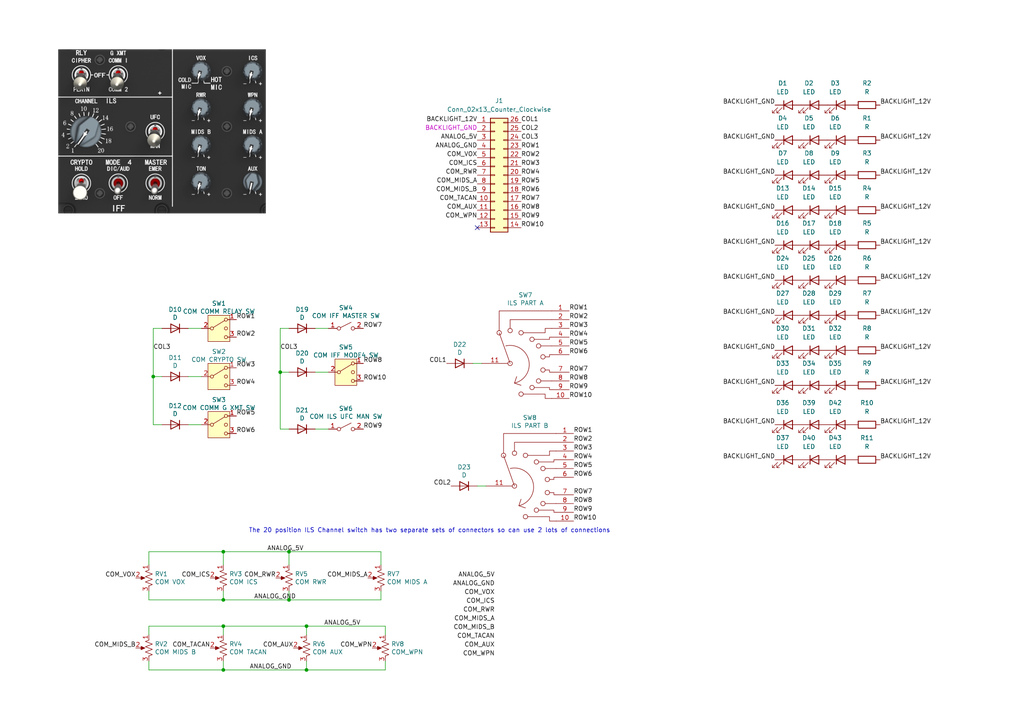
<source format=kicad_sch>
(kicad_sch (version 20231120) (generator "eeschema") (generator_version "8.0")
  (paper "A4")
  (lib_symbols
    (symbol "Connector_Generic:Conn_02x13_Counter_Clockwise" (pin_names (offset 1.016) hide)
      (property "Reference" "J" (at 1.27 17.78 0))
      (property "Value" "Conn_02x13_Counter_Clockwise" (at 1.27 -17.78 0))
      (symbol "Conn_02x13_Counter_Clockwise_1_1"
        (rectangle (start -1.27 -15.113) (end 0 -15.367) (stroke (width 0.1524)))
        (rectangle (start -1.27 -12.573) (end 0 -12.827) (stroke (width 0.1524)))
        (rectangle (start -1.27 -10.033) (end 0 -10.287) (stroke (width 0.1524)))
        (rectangle (start -1.27 -7.493) (end 0 -7.747) (stroke (width 0.1524)))
        (rectangle (start -1.27 -4.953) (end 0 -5.207) (stroke (width 0.1524)))
        (rectangle (start -1.27 -2.413) (end 0 -2.667) (stroke (width 0.1524)))
        (rectangle (start -1.27 0.127) (end 0 -0.127) (stroke (width 0.1524)))
        (rectangle (start -1.27 2.667) (end 0 2.413) (stroke (width 0.1524)))
        (rectangle (start -1.27 5.207) (end 0 4.953) (stroke (width 0.1524)))
        (rectangle (start -1.27 7.747) (end 0 7.493) (stroke (width 0.1524)))
        (rectangle (start -1.27 10.287) (end 0 10.033) (stroke (width 0.1524)))
        (rectangle (start -1.27 12.827) (end 0 12.573) (stroke (width 0.1524)))
        (rectangle (start -1.27 15.367) (end 0 15.113) (stroke (width 0.1524)))
        (rectangle (start -1.27 16.51) (end 3.81 -16.51) (stroke (width 0.254)) (fill (type background)))
        (rectangle (start 3.81 -15.113) (end 2.54 -15.367) (stroke (width 0.1524)))
        (rectangle (start 3.81 -12.573) (end 2.54 -12.827) (stroke (width 0.1524)))
        (rectangle (start 3.81 -10.033) (end 2.54 -10.287) (stroke (width 0.1524)))
        (rectangle (start 3.81 -7.493) (end 2.54 -7.747) (stroke (width 0.1524)))
        (rectangle (start 3.81 -4.953) (end 2.54 -5.207) (stroke (width 0.1524)))
        (rectangle (start 3.81 -2.413) (end 2.54 -2.667) (stroke (width 0.1524)))
        (rectangle (start 3.81 0.127) (end 2.54 -0.127) (stroke (width 0.1524)))
        (rectangle (start 3.81 2.667) (end 2.54 2.413) (stroke (width 0.1524)))
        (rectangle (start 3.81 5.207) (end 2.54 4.953) (stroke (width 0.1524)))
        (rectangle (start 3.81 7.747) (end 2.54 7.493) (stroke (width 0.1524)))
        (rectangle (start 3.81 10.287) (end 2.54 10.033) (stroke (width 0.1524)))
        (rectangle (start 3.81 12.827) (end 2.54 12.573) (stroke (width 0.1524)))
        (rectangle (start 3.81 15.367) (end 2.54 15.113) (stroke (width 0.1524)))
        (pin passive line (at -5.08 15.24 0) (length 3.81) (name "Pin_1") (number "1"))
        (pin passive line (at -5.08 -7.62 0) (length 3.81) (name "Pin_10") (number "10"))
        (pin passive line (at -5.08 -10.16 0) (length 3.81) (name "Pin_11") (number "11"))
        (pin passive line (at -5.08 -12.7 0) (length 3.81) (name "Pin_12") (number "12"))
        (pin passive line (at -5.08 -15.24 0) (length 3.81) (name "Pin_13") (number "13"))
        (pin passive line (at 7.62 -15.24 180) (length 3.81) (name "Pin_14") (number "14"))
        (pin passive line (at 7.62 -12.7 180) (length 3.81) (name "Pin_15") (number "15"))
        (pin passive line (at 7.62 -10.16 180) (length 3.81) (name "Pin_16") (number "16"))
        (pin passive line (at 7.62 -7.62 180) (length 3.81) (name "Pin_17") (number "17"))
        (pin passive line (at 7.62 -5.08 180) (length 3.81) (name "Pin_18") (number "18"))
        (pin passive line (at 7.62 -2.54 180) (length 3.81) (name "Pin_19") (number "19"))
        (pin passive line (at -5.08 12.7 0) (length 3.81) (name "Pin_2") (number "2"))
        (pin passive line (at 7.62 0 180) (length 3.81) (name "Pin_20") (number "20"))
        (pin passive line (at 7.62 2.54 180) (length 3.81) (name "Pin_21") (number "21"))
        (pin passive line (at 7.62 5.08 180) (length 3.81) (name "Pin_22") (number "22"))
        (pin passive line (at 7.62 7.62 180) (length 3.81) (name "Pin_23") (number "23"))
        (pin passive line (at 7.62 10.16 180) (length 3.81) (name "Pin_24") (number "24"))
        (pin passive line (at 7.62 12.7 180) (length 3.81) (name "Pin_25") (number "25"))
        (pin passive line (at 7.62 15.24 180) (length 3.81) (name "Pin_26") (number "26"))
        (pin passive line (at -5.08 10.16 0) (length 3.81) (name "Pin_3") (number "3"))
        (pin passive line (at -5.08 7.62 0) (length 3.81) (name "Pin_4") (number "4"))
        (pin passive line (at -5.08 5.08 0) (length 3.81) (name "Pin_5") (number "5"))
        (pin passive line (at -5.08 2.54 0) (length 3.81) (name "Pin_6") (number "6"))
        (pin passive line (at -5.08 0 0) (length 3.81) (name "Pin_7") (number "7"))
        (pin passive line (at -5.08 -2.54 0) (length 3.81) (name "Pin_8") (number "8"))
        (pin passive line (at -5.08 -5.08 0) (length 3.81) (name "Pin_9") (number "9"))
      )
    )
    (symbol "Device:D" (pin_numbers hide) (pin_names (offset 1.016) hide)
      (property "Reference" "D" (at 0 2.54 0))
      (property "Value" "D" (at 0 -2.54 0))
      (symbol "D_0_1"
        (polyline (pts (xy -1.27 1.27) (xy -1.27 -1.27)) (stroke (width 0.254)))
        (polyline (pts (xy 1.27 0) (xy -1.27 0)))
        (polyline (pts (xy 1.27 1.27) (xy 1.27 -1.27) (xy -1.27 0) (xy 1.27 1.27)) (stroke (width 0.254)))
      )
      (symbol "D_1_1"
        (pin passive line (at -3.81 0 0) (length 2.54) (name "K") (number "1"))
        (pin passive line (at 3.81 0 180) (length 2.54) (name "A") (number "2"))
      )
    )
    (symbol "Device:LED" (pin_numbers hide) (pin_names (offset 1.016) hide)
      (property "Reference" "D" (at 0 2.54 0))
      (property "Value" "LED" (at 0 -2.54 0))
      (symbol "LED_0_1"
        (polyline (pts (xy -1.27 -1.27) (xy -1.27 1.27)) (stroke (width 0.254)))
        (polyline (pts (xy -1.27 0) (xy 1.27 0)))
        (polyline (pts (xy 1.27 -1.27) (xy 1.27 1.27) (xy -1.27 0) (xy 1.27 -1.27)) (stroke (width 0.254)))
        (polyline (pts (xy -3.048 -0.762) (xy -4.572 -2.286) (xy -3.81 -2.286) (xy -4.572 -2.286) (xy -4.572 -1.524)))
        (polyline (pts (xy -1.778 -0.762) (xy -3.302 -2.286) (xy -2.54 -2.286) (xy -3.302 -2.286) (xy -3.302 -1.524)))
      )
      (symbol "LED_1_1"
        (pin passive line (at -3.81 0 0) (length 2.54) (name "K") (number "1"))
        (pin passive line (at 3.81 0 180) (length 2.54) (name "A") (number "2"))
      )
    )
    (symbol "Device:R" (pin_numbers hide) (pin_names (offset 0))
      (property "Reference" "R" (at 2.032 0 90))
      (property "Value" "R" (at 0 0 90))
      (symbol "R_0_1"
        (rectangle (start -1.016 -2.54) (end 1.016 2.54) (stroke (width 0.254)))
      )
      (symbol "R_1_1"
        (pin passive line (at 0 3.81 270) (length 1.27) (name "~") (number "1"))
        (pin passive line (at 0 -3.81 90) (length 1.27) (name "~") (number "2"))
      )
    )
    (symbol "Device:R_POT_US" (pin_names (offset 1.016) hide)
      (property "Reference" "RV" (at -4.445 0 90))
      (property "Value" "Device_R_POT_US" (at -2.54 0 90))
      (symbol "R_POT_US_0_1"
        (polyline (pts (xy 0 -2.286) (xy 0 -2.54)))
        (polyline (pts (xy 0 2.54) (xy 0 2.286)))
        (polyline (pts (xy 2.54 0) (xy 1.524 0)))
        (polyline (pts (xy 1.143 0) (xy 2.286 0.508) (xy 2.286 -0.508) (xy 1.143 0)) (fill (type outline)))
        (polyline (pts (xy 0 -0.762) (xy 1.016 -1.143) (xy 0 -1.524) (xy -1.016 -1.905) (xy 0 -2.286)))
        (polyline (pts (xy 0 0.762) (xy 1.016 0.381) (xy 0 0) (xy -1.016 -0.381) (xy 0 -0.762)))
        (polyline (pts (xy 0 2.286) (xy 1.016 1.905) (xy 0 1.524) (xy -1.016 1.143) (xy 0 0.762)))
      )
      (symbol "R_POT_US_1_1"
        (pin passive line (at 0 3.81 270) (length 1.27) (name "1") (number "1"))
        (pin passive line (at 3.81 0 180) (length 1.27) (name "2") (number "2"))
        (pin passive line (at 0 -3.81 90) (length 1.27) (name "3") (number "3"))
      )
    )
    (symbol "OH_Symbols:MountingHole_6x32_PHS" (pin_numbers hide) (pin_names (offset 0) hide) (in_bom no)
      (property "Reference" "MH" (at 0 3.81 0))
      (symbol "MountingHole_6x32_PHS_0_0"
        (circle (center 0 0) (radius 1.27) (fill (type outline)))
        (circle (center 0 0) (radius 2.032))
      )
      (symbol "MountingHole_6x32_PHS_1_1"
        (text "⌀6-32 \n4mm" (at 0 -4.572 0) (effects (font (size 1.27 1.27))))
      )
    )
    (symbol "OH_Symbols:MountingHole_B10K_Potentiometer" (pin_names (offset 1.016)) (in_bom no)
      (property "Reference" "MH" (at 0 3.302 0))
      (symbol "MountingHole_B10K_Potentiometer_1_1"
        (circle (center 0 -3.048) (radius 0.508) (fill (type outline)))
        (circle (center 0 -3.048) (radius 0.762) (stroke (width 0.05)))
        (circle (center 0 0) (radius 1.905) (fill (type outline)))
        (circle (center 0 0) (radius 2.286) (stroke (width 0.1)))
        (text "B10K Pot." (at 0 -5.08 0) (effects (font (size 1.27 1.27))))
      )
    )
    (symbol "OH_Symbols:MountingHole_SxAL_Toggle" (pin_names (offset 1.016)) (in_bom no)
      (property "Reference" "MH" (at 0 5.715 0))
      (symbol "MountingHole_SxAL_Toggle_1_1"
        (circle (center 0 0) (radius 3.8185) (fill (type outline)))
        (text "NKK SxAL" (at 0 -5.08 0) (effects (font (size 1.27 1.27))))
      )
    )
    (symbol "PT_Symbol_Library_v001:SW_Rotary10" (pin_names (offset 1.016) hide)
      (property "Reference" "SW" (at 0 17.78 0))
      (property "Value" "PT_Symbol_Library_v001_SW_Rotary10" (at -1.27 -12.7 0))
      (symbol "SW_Rotary10_0_0"
        (circle (center -10.16 8.89) (radius 0.635))
        (circle (center -6.985 0) (radius 0.635))
        (circle (center -6.985 9.525) (radius 0.635))
        (arc (start -5.715 -5.715) (mid -1.5995 0.937) (end -8.255 5.08))
        (circle (center -3.81 -8.89) (radius 0.635))
        (circle (center -3.81 8.89) (radius 0.635))
        (circle (center -0.635 -6.985) (radius 0.635))
        (circle (center -0.635 6.985) (radius 0.635))
        (polyline (pts (xy -6.985 0) (xy -10.16 8.89)))
        (polyline (pts (xy -5.715 -5.715) (xy -5.08 -3.81)))
        (polyline (pts (xy -5.715 -5.715) (xy -3.81 -6.35)))
        (polyline (pts (xy 1.905 -5.08) (xy 5.08 -5.08)))
        (polyline (pts (xy 1.905 5.08) (xy 5.08 5.08)))
        (polyline (pts (xy -10.16 9.525) (xy -10.16 15.24) (xy 5.08 15.24)))
        (polyline (pts (xy -6.985 10.16) (xy -6.985 12.7) (xy 5.08 12.7)))
        (polyline (pts (xy -3.175 -8.89) (xy 3.175 -8.89) (xy 3.175 -10.16) (xy 5.08 -10.16)))
        (polyline (pts (xy -3.175 8.89) (xy 3.175 8.89) (xy 3.175 10.16) (xy 5.08 10.16)))
        (polyline (pts (xy 0 -6.985) (xy 4.445 -6.985) (xy 4.445 -7.62) (xy 5.08 -7.62)))
        (polyline (pts (xy 0 6.985) (xy 4.445 6.985) (xy 4.445 7.62) (xy 5.08 7.62)))
        (polyline (pts (xy 3.175 -1.905) (xy 4.445 -1.905) (xy 4.445 -2.54) (xy 5.08 -2.54)))
        (polyline (pts (xy 3.175 1.905) (xy 4.445 1.905) (xy 4.445 2.54) (xy 5.08 2.54)))
        (circle (center 1.27 -5.08) (radius 0.635))
        (circle (center 1.27 5.08) (radius 0.635))
        (circle (center 2.54 -1.905) (radius 0.635))
        (circle (center 2.54 1.905) (radius 0.635))
      )
      (symbol "SW_Rotary10_0_1"
        (pin passive line (at 10.16 15.24 180) (length 5.08) (name "1") (number "1"))
        (pin passive line (at 10.16 -10.16 180) (length 5.08) (name "10") (number "10"))
        (pin passive line (at -15.24 0 0) (length 7.62) (name "11") (number "11"))
        (pin passive line (at 10.16 12.7 180) (length 5.08) (name "2") (number "2"))
        (pin passive line (at 10.16 10.16 180) (length 5.08) (name "3") (number "3"))
        (pin passive line (at 10.16 7.62 180) (length 5.08) (name "4") (number "4"))
        (pin passive line (at 10.16 5.08 180) (length 5.08) (name "5") (number "5"))
        (pin passive line (at 10.16 2.54 180) (length 5.08) (name "6") (number "6"))
        (pin passive line (at 10.16 -2.54 180) (length 5.08) (name "7") (number "7"))
        (pin passive line (at 10.16 -5.08 180) (length 5.08) (name "8") (number "8"))
        (pin passive line (at 10.16 -7.62 180) (length 5.08) (name "9") (number "9"))
      )
    )
    (symbol "Switch:SW_SPDT_MSM" (pin_names (offset 0) hide)
      (property "Reference" "SW" (at 0 5.08 0))
      (property "Value" "SW_SPDT_MSM" (at 0 -5.08 0))
      (symbol "SW_SPDT_MSM_0_1"
        (circle (center -2.032 0) (radius 0.4572))
        (polyline (pts (xy -1.651 0.254) (xy 1.651 2.286)))
        (circle (center 2.032 -2.54) (radius 0.4572))
        (circle (center 2.032 0) (radius 0.4572))
        (circle (center 2.032 2.54) (radius 0.4572))
      )
      (symbol "SW_SPDT_MSM_1_1"
        (rectangle (start -3.175 3.81) (end 3.175 -3.81) (fill (type background)))
        (pin passive line (at 5.08 2.54 180) (length 2.54) (name "1") (number "1"))
        (pin passive line (at -5.08 0 0) (length 2.54) (name "3") (number "2"))
        (pin passive line (at 5.08 -2.54 180) (length 2.54) (name "4") (number "3"))
      )
    )
    (symbol "Switch:SW_SPST" (pin_names (offset 0) hide)
      (property "Reference" "SW" (at 0 3.175 0))
      (property "Value" "SW_SPST" (at 0 -2.54 0))
      (symbol "SW_SPST_0_0"
        (circle (center -2.032 0) (radius 0.508))
        (polyline (pts (xy -1.524 0.254) (xy 1.524 1.778)))
        (circle (center 2.032 0) (radius 0.508))
      )
      (symbol "SW_SPST_1_1"
        (pin passive line (at -5.08 0 0) (length 2.54) (name "A") (number "1"))
        (pin passive line (at 5.08 0 180) (length 2.54) (name "B") (number "2"))
      )
    )
  )
  (junction (at 88.9 194.31))
  (junction (at 81.28 107.95))
  (junction (at 64.77 160.02))
  (junction (at 83.82 173.99))
  (junction (at 44.45 109.22))
  (junction (at 64.77 194.31))
  (junction (at 64.77 173.99))
  (junction (at 88.9 181.61))
  (junction (at 83.82 160.02))
  (junction (at 64.77 181.61))
  (no_connect (at 138.43 66.04))
  (wire (pts (xy 139.7 105.41) (xy 137.16 105.41)))
  (wire (pts (xy 58.42 123.19) (xy 54.61 123.19)))
  (wire (pts (xy 43.18 173.99) (xy 43.18 171.45)))
  (wire (pts (xy 88.9 191.77) (xy 88.9 194.31)))
  (wire (pts (xy 64.77 163.83) (xy 64.77 160.02)))
  (wire (pts (xy 64.77 160.02) (xy 43.18 160.02)))
  (wire (pts (xy 46.99 95.25) (xy 44.45 95.25)))
  (wire (pts (xy 43.18 181.61) (xy 43.18 184.15)))
  (wire (pts (xy 111.76 194.31) (xy 111.76 191.77)))
  (wire (pts (xy 81.28 95.25) (xy 81.28 107.95)))
  (wire (pts (xy 83.82 173.99) (xy 64.77 173.99)))
  (wire (pts (xy 110.49 171.45) (xy 110.49 173.99)))
  (wire (pts (xy 83.82 95.25) (xy 81.28 95.25)))
  (wire (pts (xy 88.9 194.31) (xy 111.76 194.31)))
  (wire (pts (xy 64.77 171.45) (xy 64.77 173.99)))
  (wire (pts (xy 64.77 191.77) (xy 64.77 194.31)))
  (wire (pts (xy 110.49 160.02) (xy 110.49 163.83)))
  (wire (pts (xy 81.28 107.95) (xy 81.28 124.46)))
  (wire (pts (xy 95.25 95.25) (xy 91.44 95.25)))
  (wire (pts (xy 111.76 184.15) (xy 111.76 181.61)))
  (wire (pts (xy 43.18 194.31) (xy 43.18 191.77)))
  (wire (pts (xy 44.45 123.19) (xy 46.99 123.19)))
  (wire (pts (xy 64.77 184.15) (xy 64.77 181.61)))
  (wire (pts (xy 83.82 163.83) (xy 83.82 160.02)))
  (wire (pts (xy 83.82 171.45) (xy 83.82 173.99)))
  (wire (pts (xy 46.99 109.22) (xy 44.45 109.22)))
  (wire (pts (xy 83.82 124.46) (xy 81.28 124.46)))
  (wire (pts (xy 64.77 181.61) (xy 43.18 181.61)))
  (wire (pts (xy 58.42 109.22) (xy 54.61 109.22)))
  (wire (pts (xy 83.82 107.95) (xy 81.28 107.95)))
  (wire (pts (xy 110.49 173.99) (xy 83.82 173.99)))
  (wire (pts (xy 88.9 184.15) (xy 88.9 181.61)))
  (wire (pts (xy 64.77 194.31) (xy 88.9 194.31)))
  (wire (pts (xy 64.77 173.99) (xy 43.18 173.99)))
  (wire (pts (xy 95.25 124.46) (xy 91.44 124.46)))
  (wire (pts (xy 44.45 109.22) (xy 44.45 123.19)))
  (wire (pts (xy 83.82 160.02) (xy 64.77 160.02)))
  (wire (pts (xy 95.25 107.95) (xy 91.44 107.95)))
  (wire (pts (xy 111.76 181.61) (xy 88.9 181.61)))
  (wire (pts (xy 83.82 160.02) (xy 110.49 160.02)))
  (wire (pts (xy 58.42 95.25) (xy 54.61 95.25)))
  (wire (pts (xy 88.9 181.61) (xy 64.77 181.61)))
  (wire (pts (xy 43.18 160.02) (xy 43.18 163.83)))
  (wire (pts (xy 43.18 194.31) (xy 64.77 194.31)))
  (wire (pts (xy 140.97 140.97) (xy 138.43 140.97)))
  (wire (pts (xy 44.45 95.25) (xy 44.45 109.22)))
  (image (at 46.99 38.1))
  (text_box "MOUNTING HOLES" (at 304.419 42.545 0) (size 60.96 55.88) (effects (font (size 1.27 1.27)) (justify top)))
  (text_box "SWITCHES" (at 304.419 98.425 0) (size 60.96 64.77) (effects (font (size 1.27 1.27)) (justify top)))
  (text "The 20 position ILS Channel switch has two separate sets of connectors so can use 2 lots of connections" (at 72.136 154.686 0) (effects (font (size 1.27 1.27)) (justify left bottom)))
  (label "ANALOG_GND" (at 73.66 173.99 0))
  (label "COM_MIDS_B" (at 39.37 187.96 180))
  (label "COM_MIDS_B" (at 138.43 55.88 180))
  (label "COM_ICS" (at 138.43 48.26 180))
  (label "ROW2" (at 68.58 97.79 0))
  (label "BACKLIGHT_GND" (at 224.79 30.48 180))
  (label "BACKLIGHT_GND" (at 138.43 38.1 180))
  (label "ROW5" (at 151.13 53.34 0))
  (label "COM_MIDS_A" (at 106.68 167.64 180))
  (label "COM_RWR" (at 143.51 177.8 180))
  (label "ROW9" (at 166.37 148.59 0))
  (label "COM_VOX" (at 138.43 45.72 180))
  (label "ANALOG_GND" (at 138.43 43.18 180))
  (label "ROW4" (at 68.58 111.76 0))
  (label "ROW6" (at 151.13 55.88 0))
  (label "ROW8" (at 105.41 105.41 0))
  (label "ROW8" (at 165.1 110.49 0))
  (label "COM_MIDS_A" (at 138.43 53.34 180))
  (label "ROW1" (at 151.13 43.18 0))
  (label "BACKLIGHT_12V" (at 255.27 81.28 0))
  (label "BACKLIGHT_12V" (at 255.27 133.35 0))
  (label "ROW6" (at 165.1 102.87 0))
  (label "BACKLIGHT_GND" (at 224.79 123.19 180))
  (label "ROW7" (at 165.1 107.95 0))
  (label "ROW5" (at 166.37 135.89 0))
  (label "ROW3" (at 165.1 95.25 0))
  (label "COM_MIDS_B" (at 143.51 182.88 180))
  (label "COM_TACAN" (at 138.43 58.42 180))
  (label "COM_VOX" (at 143.51 172.72 180))
  (label "ANALOG_GND" (at 143.51 170.18 180))
  (label "ROW2" (at 151.13 45.72 0))
  (label "COM_WPN" (at 143.51 190.5 180))
  (label "ROW1" (at 68.58 92.71 0))
  (label "ROW6" (at 68.58 125.73 0))
  (label "ANALOG_5V" (at 93.98 181.61 0))
  (label "ROW3" (at 166.37 130.81 0))
  (label "BACKLIGHT_12V" (at 255.27 40.64 0))
  (label "COM_WPN" (at 138.43 63.5 180))
  (label "COM_VOX" (at 39.37 167.64 180))
  (label "COL3" (at 44.45 101.6 0))
  (label "COL2" (at 151.13 38.1 0))
  (label "ROW2" (at 165.1 92.71 0))
  (label "BACKLIGHT_12V" (at 255.27 101.6 0))
  (label "BACKLIGHT_GND" (at 224.79 133.35 180))
  (label "ROW4" (at 166.37 133.35 0))
  (label "BACKLIGHT_12V" (at 255.27 50.8 0))
  (label "BACKLIGHT_12V" (at 255.27 60.96 0))
  (label "ANALOG_5V" (at 143.51 167.64 180))
  (label "ANALOG_5V" (at 138.43 40.64 180))
  (label "BACKLIGHT_12V" (at 255.27 30.48 0))
  (label "ANALOG_5V" (at 77.47 160.02 0))
  (label "COL3" (at 151.13 40.64 0))
  (label "BACKLIGHT_12V" (at 255.27 91.44 0))
  (label "COM_AUX" (at 143.51 187.96 180))
  (label "ROW7" (at 151.13 58.42 0))
  (label "ROW1" (at 165.1 90.17 0))
  (label "ROW3" (at 68.58 106.68 0))
  (label "ROW10" (at 165.1 115.57 0))
  (label "ROW8" (at 151.13 60.96 0))
  (label "ROW2" (at 166.37 128.27 0))
  (label "COL2" (at 130.81 140.97 180))
  (label "ROW10" (at 105.41 110.49 0))
  (label "ROW5" (at 165.1 100.33 0))
  (label "ROW3" (at 151.13 48.26 0))
  (label "ROW9" (at 151.13 63.5 0))
  (label "COM_RWR" (at 138.43 50.8 180))
  (label "ROW4" (at 151.13 50.8 0))
  (label "BACKLIGHT_12V" (at 255.27 111.76 0))
  (label "ROW8" (at 166.37 146.05 0))
  (label "BACKLIGHT_GND" (at 224.79 71.12 180))
  (label "ROW10" (at 151.13 66.04 0))
  (label "COL1" (at 129.54 105.41 180))
  (label "ROW9" (at 165.1 113.03 0))
  (label "ROW5" (at 68.58 120.65 0))
  (label "COM_WPN" (at 107.95 187.96 180))
  (label "COM_ICS" (at 60.96 167.64 180))
  (label "BACKLIGHT_12V" (at 255.27 71.12 0))
  (label "COM_ICS" (at 143.51 175.26 180))
  (label "ROW1" (at 166.37 125.73 0))
  (label "BACKLIGHT_GND" (at 224.79 40.64 180))
  (label "ROW7" (at 166.37 143.51 0))
  (label "ROW4" (at 165.1 97.79 0))
  (label "BACKLIGHT_GND" (at 224.79 101.6 180))
  (label "COL1" (at 151.13 35.56 0))
  (label "ROW9" (at 105.41 124.46 0))
  (label "COM_TACAN" (at 143.51 185.42 180))
  (label "BACKLIGHT_GND" (at 224.79 60.96 180))
  (label "COM_MIDS_A" (at 143.51 180.34 180))
  (label "BACKLIGHT_GND" (at 224.79 111.76 180))
  (label "BACKLIGHT_GND" (at 224.79 81.28 180))
  (label "COM_AUX" (at 138.43 60.96 180))
  (label "ROW10" (at 166.37 151.13 0))
  (label "ROW6" (at 166.37 138.43 0))
  (label "ANALOG_GND" (at 72.39 194.31 0))
  (label "COM_AUX" (at 85.09 187.96 180))
  (label "BACKLIGHT_GND" (at 224.79 91.44 180))
  (label "COM_RWR" (at 80.01 167.64 180))
  (label "BACKLIGHT_12V" (at 138.43 35.56 180))
  (label "COL3" (at 81.28 101.6 0))
  (label "COM_TACAN" (at 60.96 187.96 180))
  (label "BACKLIGHT_12V" (at 255.27 123.19 0))
  (label "BACKLIGHT_GND" (at 224.79 50.8 180))
  (label "ROW7" (at 105.41 95.25 0))
  (symbol (lib_id "Device:LED") (at 236.22 123.19 0) (unit 1)
    (property "Reference" "D39" (at 234.6325 116.84 0))
    (property "Value" "LED" (at 234.6325 119.38 0))
    (property "Footprint" "LED_THT:LED_D3.0mm_FlatTop" (effects (hide yes)))
  )
  (symbol (lib_id "Device:LED") (at 228.6 133.35 0) (unit 1)
    (property "Reference" "D37" (at 227.0125 127 0))
    (property "Value" "LED" (at 227.0125 129.54 0))
    (property "Footprint" "LED_THT:LED_D3.0mm_FlatTop" (effects (hide yes)))
  )
  (symbol (lib_id "Device:R_POT_US") (at 110.49 167.64 0) (mirror y) (unit 1)
    (property "Reference" "RV7" (at 112.1918 166.4716 0) (effects (justify right)))
    (property "Value" "COM MIDS A" (at 112.1918 168.783 0) (effects (justify right)))
    (property "Footprint" "Connector_JST:JST_XH_B3B-XH-A_1x03_P2.50mm_Vertical" (effects (hide yes)))
  )
  (symbol (lib_id "Device:D") (at 87.63 107.95 0) (mirror y) (unit 1)
    (property "Reference" "D20" (at 87.63 102.4636 0))
    (property "Value" "D" (at 87.63 104.775 0))
    (property "Footprint" "Library:D_A-405_P7.62mm_Horizontal-SIGNAL" (effects (hide yes)))
  )
  (symbol (lib_id "Device:D") (at 50.8 109.22 0) (mirror y) (unit 1)
    (property "Reference" "D11" (at 50.8 103.7336 0))
    (property "Value" "D" (at 50.8 106.045 0))
    (property "Footprint" "Library:D_A-405_P7.62mm_Horizontal-SIGNAL" (effects (hide yes)))
  )
  (symbol (lib_id "OH_Symbols:MountingHole_6x32_PHS") (at 335.28 53.34 0) (unit 1) (in_bom no)
    (property "Reference" "MH4" (at 335.28 49.53 0))
    (property "Value" "6x32 / 4mm" (effects (hide yes)))
    (property "Footprint" "MountingHole:MountingHole_4.3mm_M4" (effects (hide yes)))
  )
  (symbol (lib_id "OH_Symbols:MountingHole_6x32_PHS") (at 313.055 66.04 0) (unit 1) (in_bom no)
    (property "Reference" "MH8" (at 313.055 62.23 0))
    (property "Value" "6x32 / 4mm" (effects (hide yes)))
    (property "Footprint" "MountingHole:MountingHole_4.3mm_M4" (effects (hide yes)))
  )
  (symbol (lib_id "Device:LED") (at 228.6 81.28 0) (unit 1)
    (property "Reference" "D24" (at 227.0125 74.93 0))
    (property "Value" "LED" (at 227.0125 77.47 0))
    (property "Footprint" "LED_THT:LED_D3.0mm_FlatTop" (effects (hide yes)))
  )
  (symbol (lib_id "Device:LED") (at 243.84 40.64 0) (unit 1)
    (property "Reference" "D6" (at 242.2525 34.29 0))
    (property "Value" "LED" (at 242.2525 36.83 0))
    (property "Footprint" "LED_THT:LED_D3.0mm_FlatTop" (effects (hide yes)))
  )
  (symbol (lib_id "Device:LED") (at 243.84 123.19 0) (unit 1)
    (property "Reference" "D42" (at 242.2525 116.84 0))
    (property "Value" "LED" (at 242.2525 119.38 0))
    (property "Footprint" "LED_THT:LED_D3.0mm_FlatTop" (effects (hide yes)))
  )
  (symbol (lib_id "Device:D") (at 50.8 123.19 0) (mirror y) (unit 1)
    (property "Reference" "D12" (at 50.8 117.7036 0))
    (property "Value" "D" (at 50.8 120.015 0))
    (property "Footprint" "Library:D_A-405_P7.62mm_Horizontal-SIGNAL" (effects (hide yes)))
  )
  (symbol (lib_id "Device:LED") (at 243.84 60.96 0) (unit 1)
    (property "Reference" "D15" (at 242.2525 54.61 0))
    (property "Value" "LED" (at 242.2525 57.15 0))
    (property "Footprint" "LED_THT:LED_D3.0mm_FlatTop" (effects (hide yes)))
  )
  (symbol (lib_id "Device:R_POT_US") (at 64.77 167.64 0) (mirror y) (unit 1)
    (property "Reference" "RV3" (at 66.4718 166.4716 0) (effects (justify right)))
    (property "Value" "COM ICS" (at 66.4718 168.783 0) (effects (justify right)))
    (property "Footprint" "Connector_JST:JST_XH_B3B-XH-A_1x03_P2.50mm_Vertical" (effects (hide yes)))
  )
  (symbol (lib_id "OH_Symbols:MountingHole_6x32_PHS") (at 348.615 66.04 0) (unit 1) (in_bom no)
    (property "Reference" "MH12" (at 348.615 62.23 0))
    (property "Value" "6x32 / 4mm" (effects (hide yes)))
    (property "Footprint" "MountingHole:MountingHole_4.3mm_M4" (effects (hide yes)))
  )
  (symbol (lib_id "Device:LED") (at 236.22 81.28 0) (unit 1)
    (property "Reference" "D25" (at 234.6325 74.93 0))
    (property "Value" "LED" (at 234.6325 77.47 0))
    (property "Footprint" "LED_THT:LED_D3.0mm_FlatTop" (effects (hide yes)))
  )
  (symbol (lib_id "Device:LED") (at 236.22 40.64 0) (unit 1)
    (property "Reference" "D5" (at 234.6325 34.29 0))
    (property "Value" "LED" (at 234.6325 36.83 0))
    (property "Footprint" "LED_THT:LED_D3.0mm_FlatTop" (effects (hide yes)))
  )
  (symbol (lib_id "Device:LED") (at 243.84 71.12 0) (unit 1)
    (property "Reference" "D18" (at 242.2525 64.77 0))
    (property "Value" "LED" (at 242.2525 67.31 0))
    (property "Footprint" "LED_THT:LED_D3.0mm_FlatTop" (effects (hide yes)))
  )
  (symbol (lib_id "OH_Symbols:MountingHole_B10K_Potentiometer") (at 352.425 107.315 0) (unit 1) (in_bom no)
    (property "Reference" "MH22" (at 352.425 104.013 0))
    (property "Value" "Pot_B10K" (effects (hide yes)))
    (property "Footprint" "OH_Footprints:BR10K_Pot_11mm_x_11mm" (effects (hide yes)))
    (property "Datasheet" "https://www.mouser.com/datasheet/2/414/TTRB_S_A0009241252_1-2565491.pdf" (effects (hide yes)))
    (property "Manufacturer PN" "P0915N-FC20BR10K" (effects (hide yes)))
  )
  (symbol (lib_id "Switch:SW_SPST") (at 100.33 124.46 0) (unit 1)
    (property "Reference" "SW6" (at 100.33 118.491 0))
    (property "Value" "COM ILS UFC MAN SW" (at 100.33 120.8024 0))
    (property "Footprint" "Connector_JST:JST_XH_B2B-XH-A_1x02_P2.50mm_Vertical" (effects (hide yes)))
  )
  (symbol (lib_id "Device:LED") (at 236.22 71.12 0) (unit 1)
    (property "Reference" "D17" (at 234.6325 64.77 0))
    (property "Value" "LED" (at 234.6325 67.31 0))
    (property "Footprint" "LED_THT:LED_D3.0mm_FlatTop" (effects (hide yes)))
  )
  (symbol (lib_id "OH_Symbols:MountingHole_6x32_PHS") (at 344.17 53.34 0) (unit 1) (in_bom no)
    (property "Reference" "MH5" (at 344.17 49.53 0))
    (property "Value" "6x32 / 4mm" (effects (hide yes)))
    (property "Footprint" "MountingHole:MountingHole_4.3mm_M4" (effects (hide yes)))
  )
  (symbol (lib_id "Device:R_POT_US") (at 43.18 167.64 0) (mirror y) (unit 1)
    (property "Reference" "RV1" (at 44.8818 166.4716 0) (effects (justify right)))
    (property "Value" "COM VOX" (at 44.8818 168.783 0) (effects (justify right)))
    (property "Footprint" "Connector_JST:JST_XH_B3B-XH-A_1x03_P2.50mm_Vertical" (effects (hide yes)))
  )
  (symbol (lib_id "Device:R") (at 251.46 60.96 90) (unit 1)
    (property "Reference" "R4" (at 251.46 54.61 90))
    (property "Value" "R" (at 251.46 57.15 90))
    (property "Footprint" "Resistor_THT:R_Axial_DIN0204_L3.6mm_D1.6mm_P7.62mm_Horizontal" (effects (hide yes)))
  )
  (symbol (lib_id "OH_Symbols:MountingHole_6x32_PHS") (at 339.725 66.04 0) (unit 1) (in_bom no)
    (property "Reference" "MH11" (at 339.725 62.23 0))
    (property "Value" "6x32 / 4mm" (effects (hide yes)))
    (property "Footprint" "MountingHole:MountingHole_4.3mm_M4" (effects (hide yes)))
  )
  (symbol (lib_id "Device:LED") (at 243.84 111.76 0) (unit 1)
    (property "Reference" "D35" (at 242.2525 105.41 0))
    (property "Value" "LED" (at 242.2525 107.95 0))
    (property "Footprint" "LED_THT:LED_D3.0mm_FlatTop" (effects (hide yes)))
  )
  (symbol (lib_id "Device:R") (at 251.46 40.64 90) (unit 1)
    (property "Reference" "R1" (at 251.46 34.29 90))
    (property "Value" "R" (at 251.46 36.83 90))
    (property "Footprint" "Resistor_THT:R_Axial_DIN0204_L3.6mm_D1.6mm_P7.62mm_Horizontal" (effects (hide yes)))
  )
  (symbol (lib_id "Connector_Generic:Conn_02x13_Counter_Clockwise") (at 143.51 50.8 0) (unit 1)
    (property "Reference" "J1" (at 144.78 29.21 0))
    (property "Value" "Conn_02x13_Counter_Clockwise" (at 144.78 31.75 0))
    (property "Footprint" "Connector_IDC:IDC-Header_2x13_P2.54mm_Vertical" (effects (hide yes)))
    (property "Description" "Generic connector, double row, 02x13, counter clockwise pin numbering scheme (similar to DIP package numbering), script generated (kicad-library-utils/schlib/autogen/connector/)" (effects (hide yes)))
  )
  (symbol (lib_id "Device:LED") (at 228.6 91.44 0) (unit 1)
    (property "Reference" "D27" (at 227.0125 85.09 0))
    (property "Value" "LED" (at 227.0125 87.63 0))
    (property "Footprint" "LED_THT:LED_D3.0mm_FlatTop" (effects (hide yes)))
  )
  (symbol (lib_id "Device:R") (at 251.46 91.44 90) (unit 1)
    (property "Reference" "R7" (at 251.46 85.09 90))
    (property "Value" "R" (at 251.46 87.63 90))
    (property "Footprint" "Resistor_THT:R_Axial_DIN0204_L3.6mm_D1.6mm_P7.62mm_Horizontal" (effects (hide yes)))
  )
  (symbol (lib_id "Device:D") (at 134.62 140.97 0) (mirror y) (unit 1)
    (property "Reference" "D23" (at 134.62 135.4836 0))
    (property "Value" "D" (at 134.62 137.795 0))
    (property "Footprint" "Library:D_A-405_P7.62mm_Horizontal-SIGNAL" (effects (hide yes)))
  )
  (symbol (lib_id "PT_Symbol_Library_v001:SW_Rotary10") (at 154.94 105.41 0) (unit 1)
    (property "Reference" "SW7" (at 152.4 85.5726 0))
    (property "Value" "ILS PART A" (at 152.4 87.884 0))
    (property "Footprint" "Connector_JST:JST_XH_B12B-XH-A_1x12_P2.50mm_Vertical" (effects (hide yes)))
    (property "Datasheet" "http://cdn-reichelt.de/documents/datenblatt/C200/DS-Serie%23LOR.pdf" (effects (hide yes)))
  )
  (symbol (lib_id "Device:LED") (at 228.6 30.48 0) (unit 1)
    (property "Reference" "D1" (at 227.0125 24.13 0))
    (property "Value" "LED" (at 227.0125 26.67 0))
    (property "Footprint" "LED_THT:LED_D3.0mm_FlatTop" (effects (hide yes)))
  )
  (symbol (lib_id "PT_Symbol_Library_v001:SW_Rotary10") (at 156.21 140.97 0) (unit 1)
    (property "Reference" "SW8" (at 153.67 121.1326 0))
    (property "Value" "ILS PART B" (at 153.67 123.444 0))
    (property "Footprint" "Connector_JST:JST_XH_B12B-XH-A_1x12_P2.50mm_Vertical" (effects (hide yes)))
    (property "Datasheet" "http://cdn-reichelt.de/documents/datenblatt/C200/DS-Serie%23LOR.pdf" (effects (hide yes)))
  )
  (symbol (lib_id "Device:D") (at 87.63 95.25 0) (mirror y) (unit 1)
    (property "Reference" "D19" (at 87.63 89.7636 0))
    (property "Value" "D" (at 87.63 92.075 0))
    (property "Footprint" "Library:D_A-405_P7.62mm_Horizontal-SIGNAL" (effects (hide yes)))
  )
  (symbol (lib_id "Device:D") (at 133.35 105.41 0) (mirror y) (unit 1)
    (property "Reference" "D22" (at 133.35 99.9236 0))
    (property "Value" "D" (at 133.35 102.235 0))
    (property "Footprint" "Library:D_A-405_P7.62mm_Horizontal-SIGNAL" (effects (hide yes)))
  )
  (symbol (lib_id "Device:LED") (at 236.22 50.8 0) (unit 1)
    (property "Reference" "D8" (at 234.6325 44.45 0))
    (property "Value" "LED" (at 234.6325 46.99 0))
    (property "Footprint" "LED_THT:LED_D3.0mm_FlatTop" (effects (hide yes)))
  )
  (symbol (lib_id "Device:R") (at 251.46 50.8 90) (unit 1)
    (property "Reference" "R3" (at 251.46 44.45 90))
    (property "Value" "R" (at 251.46 46.99 90))
    (property "Footprint" "Resistor_THT:R_Axial_DIN0204_L3.6mm_D1.6mm_P7.62mm_Horizontal" (effects (hide yes)))
  )
  (symbol (lib_id "Device:LED") (at 236.22 101.6 0) (unit 1)
    (property "Reference" "D31" (at 234.6325 95.25 0))
    (property "Value" "LED" (at 234.6325 97.79 0))
    (property "Footprint" "LED_THT:LED_D3.0mm_FlatTop" (effects (hide yes)))
  )
  (symbol (lib_id "Device:R") (at 251.46 101.6 90) (unit 1)
    (property "Reference" "R8" (at 251.46 95.25 90))
    (property "Value" "R" (at 251.46 97.79 90))
    (property "Footprint" "Resistor_THT:R_Axial_DIN0204_L3.6mm_D1.6mm_P7.62mm_Horizontal" (effects (hide yes)))
  )
  (symbol (lib_id "Device:LED") (at 228.6 60.96 0) (unit 1)
    (property "Reference" "D13" (at 227.0125 54.61 0))
    (property "Value" "LED" (at 227.0125 57.15 0))
    (property "Footprint" "LED_THT:LED_D3.0mm_FlatTop" (effects (hide yes)))
  )
  (symbol (lib_id "OH_Symbols:MountingHole_SxAL_Toggle") (at 356.87 139.7 0) (unit 1) (in_bom no)
    (property "Reference" "MH30" (at 356.87 133.985 0))
    (property "Value" "Switch_NKK SxAL" (effects (hide yes)))
    (property "Footprint" "OH_Footprints:SxAL_Toggle_13x13mm" (effects (hide yes)))
    (property "Datasheet" "https://www.mouser.com/datasheet/2/295/stogglesmedcap-1663420.pdf" (effects (hide yes)))
    (property "Manufacturer PN" "SxAL" (effects (hide yes)))
  )
  (symbol (lib_id "Device:R") (at 251.46 81.28 90) (unit 1)
    (property "Reference" "R6" (at 251.46 74.93 90))
    (property "Value" "R" (at 251.46 77.47 90))
    (property "Footprint" "Resistor_THT:R_Axial_DIN0204_L3.6mm_D1.6mm_P7.62mm_Horizontal" (effects (hide yes)))
  )
  (symbol (lib_id "Device:LED") (at 228.6 101.6 0) (unit 1)
    (property "Reference" "D30" (at 227.0125 95.25 0))
    (property "Value" "LED" (at 227.0125 97.79 0))
    (property "Footprint" "LED_THT:LED_D3.0mm_FlatTop" (effects (hide yes)))
  )
  (symbol (lib_id "Device:R_POT_US") (at 111.76 187.96 0) (mirror y) (unit 1)
    (property "Reference" "RV8" (at 113.4618 186.7916 0) (effects (justify right)))
    (property "Value" "COM_WPN" (at 113.4618 189.103 0) (effects (justify right)))
    (property "Footprint" "Connector_JST:JST_XH_B3B-XH-A_1x03_P2.50mm_Vertical" (effects (hide yes)))
  )
  (symbol (lib_id "Device:LED") (at 228.6 40.64 0) (unit 1)
    (property "Reference" "D4" (at 227.0125 34.29 0))
    (property "Value" "LED" (at 227.0125 36.83 0))
    (property "Footprint" "LED_THT:LED_D3.0mm_FlatTop" (effects (hide yes)))
  )
  (symbol (lib_id "Device:LED") (at 228.6 123.19 0) (unit 1)
    (property "Reference" "D36" (at 227.0125 116.84 0))
    (property "Value" "LED" (at 227.0125 119.38 0))
    (property "Footprint" "LED_THT:LED_D3.0mm_FlatTop" (effects (hide yes)))
  )
  (symbol (lib_id "OH_Symbols:MountingHole_SxAL_Toggle") (at 314.325 139.7 0) (unit 1) (in_bom no)
    (property "Reference" "MH27" (at 314.325 133.985 0))
    (property "Value" "Switch_NKK SxAL" (effects (hide yes)))
    (property "Footprint" "OH_Footprints:SxAL_Toggle_13x13mm" (effects (hide yes)))
    (property "Datasheet" "https://www.mouser.com/datasheet/2/295/stogglesmedcap-1663420.pdf" (effects (hide yes)))
    (property "Manufacturer PN" "SxAL" (effects (hide yes)))
  )
  (symbol (lib_id "Device:LED") (at 236.22 133.35 0) (unit 1)
    (property "Reference" "D40" (at 234.6325 127 0))
    (property "Value" "LED" (at 234.6325 129.54 0))
    (property "Footprint" "LED_THT:LED_D3.0mm_FlatTop" (effects (hide yes)))
  )
  (symbol (lib_id "Device:R") (at 251.46 111.76 90) (unit 1)
    (property "Reference" "R9" (at 251.46 105.41 90))
    (property "Value" "R" (at 251.46 107.95 90))
    (property "Footprint" "Resistor_THT:R_Axial_DIN0204_L3.6mm_D1.6mm_P7.62mm_Horizontal" (effects (hide yes)))
  )
  (symbol (lib_id "Switch:SW_SPDT_MSM") (at 63.5 109.22 0) (unit 1)
    (property "Reference" "SW2" (at 63.5 101.981 0))
    (property "Value" "COM CRYPTO SW" (at 63.5 104.2924 0))
    (property "Footprint" "Connector_JST:JST_XH_B3B-XH-A_1x03_P2.50mm_Vertical" (effects (hide yes)))
  )
  (symbol (lib_id "Device:R") (at 251.46 133.35 90) (unit 1)
    (property "Reference" "R11" (at 251.46 127 90))
    (property "Value" "R" (at 251.46 129.54 90))
    (property "Footprint" "Resistor_THT:R_Axial_DIN0204_L3.6mm_D1.6mm_P7.62mm_Horizontal" (effects (hide yes)))
  )
  (symbol (lib_id "OH_Symbols:MountingHole_6x32_PHS") (at 326.39 53.34 0) (unit 1) (in_bom no)
    (property "Reference" "MH3" (at 326.39 49.53 0))
    (property "Value" "6x32 / 4mm" (effects (hide yes)))
    (property "Footprint" "MountingHole:MountingHole_4.3mm_M4" (effects (hide yes)))
  )
  (symbol (lib_id "OH_Symbols:MountingHole_B10K_Potentiometer") (at 317.5 120.015 0) (unit 1) (in_bom no)
    (property "Reference" "MH23" (at 317.5 116.713 0))
    (property "Value" "Pot_B10K" (effects (hide yes)))
    (property "Footprint" "OH_Footprints:BR10K_Pot_11mm_x_11mm" (effects (hide yes)))
    (property "Datasheet" "https://www.mouser.com/datasheet/2/414/TTRB_S_A0009241252_1-2565491.pdf" (effects (hide yes)))
    (property "Manufacturer PN" "P0915N-FC20BR10K" (effects (hide yes)))
  )
  (symbol (lib_id "Device:LED") (at 243.84 91.44 0) (unit 1)
    (property "Reference" "D29" (at 242.2525 85.09 0))
    (property "Value" "LED" (at 242.2525 87.63 0))
    (property "Footprint" "LED_THT:LED_D3.0mm_FlatTop" (effects (hide yes)))
  )
  (symbol (lib_id "OH_Symbols:MountingHole_B10K_Potentiometer") (at 340.995 107.315 0) (unit 1) (in_bom no)
    (property "Reference" "MH21" (at 340.995 104.013 0))
    (property "Value" "Pot_B10K" (effects (hide yes)))
    (property "Footprint" "OH_Footprints:BR10K_Pot_11mm_x_11mm" (effects (hide yes)))
    (property "Datasheet" "https://www.mouser.com/datasheet/2/414/TTRB_S_A0009241252_1-2565491.pdf" (effects (hide yes)))
    (property "Manufacturer PN" "P0915N-FC20BR10K" (effects (hide yes)))
  )
  (symbol (lib_id "Device:LED") (at 243.84 101.6 0) (unit 1)
    (property "Reference" "D32" (at 242.2525 95.25 0))
    (property "Value" "LED" (at 242.2525 97.79 0))
    (property "Footprint" "LED_THT:LED_D3.0mm_FlatTop" (effects (hide yes)))
  )
  (symbol (lib_id "Device:LED") (at 236.22 60.96 0) (unit 1)
    (property "Reference" "D14" (at 234.6325 54.61 0))
    (property "Value" "LED" (at 234.6325 57.15 0))
    (property "Footprint" "LED_THT:LED_D3.0mm_FlatTop" (effects (hide yes)))
  )
  (symbol (lib_id "OH_Symbols:MountingHole_B10K_Potentiometer") (at 340.995 120.015 0) (unit 1) (in_bom no)
    (property "Reference" "MH25" (at 340.995 116.713 0))
    (property "Value" "Pot_B10K" (effects (hide yes)))
    (property "Footprint" "OH_Footprints:BR10K_Pot_11mm_x_11mm" (effects (hide yes)))
    (property "Datasheet" "https://www.mouser.com/datasheet/2/414/TTRB_S_A0009241252_1-2565491.pdf" (effects (hide yes)))
    (property "Manufacturer PN" "P0915N-FC20BR10K" (effects (hide yes)))
  )
  (symbol (lib_id "OH_Symbols:MountingHole_6x32_PHS") (at 321.945 66.04 0) (unit 1) (in_bom no)
    (property "Reference" "MH9" (at 321.945 62.23 0))
    (property "Value" "6x32 / 4mm" (effects (hide yes)))
    (property "Footprint" "MountingHole:MountingHole_4.3mm_M4" (effects (hide yes)))
  )
  (symbol (lib_id "Device:LED") (at 228.6 50.8 0) (unit 1)
    (property "Reference" "D7" (at 227.0125 44.45 0))
    (property "Value" "LED" (at 227.0125 46.99 0))
    (property "Footprint" "LED_THT:LED_D3.0mm_FlatTop" (effects (hide yes)))
  )
  (symbol (lib_id "OH_Symbols:MountingHole_6x32_PHS") (at 317.5 53.34 0) (unit 1) (in_bom no)
    (property "Reference" "MH2" (at 317.5 49.53 0))
    (property "Value" "6x32 / 4mm" (effects (hide yes)))
    (property "Footprint" "MountingHole:MountingHole_4.3mm_M4" (effects (hide yes)))
  )
  (symbol (lib_id "OH_Symbols:MountingHole_6x32_PHS") (at 330.835 66.04 0) (unit 1) (in_bom no)
    (property "Reference" "MH10" (at 330.835 62.23 0))
    (property "Value" "6x32 / 4mm" (effects (hide yes)))
    (property "Footprint" "MountingHole:MountingHole_4.3mm_M4" (effects (hide yes)))
  )
  (symbol (lib_id "Device:LED") (at 228.6 71.12 0) (unit 1)
    (property "Reference" "D16" (at 227.0125 64.77 0))
    (property "Value" "LED" (at 227.0125 67.31 0))
    (property "Footprint" "LED_THT:LED_D3.0mm_FlatTop" (effects (hide yes)))
  )
  (symbol (lib_id "Device:LED") (at 236.22 30.48 0) (unit 1)
    (property "Reference" "D2" (at 234.6325 24.13 0))
    (property "Value" "LED" (at 234.6325 26.67 0))
    (property "Footprint" "LED_THT:LED_D3.0mm_FlatTop" (effects (hide yes)))
  )
  (symbol (lib_id "Switch:SW_SPST") (at 100.33 95.25 0) (unit 1)
    (property "Reference" "SW4" (at 100.33 89.281 0))
    (property "Value" "COM IFF MASTER SW" (at 100.33 91.5924 0))
    (property "Footprint" "Connector_JST:JST_XH_B2B-XH-A_1x02_P2.50mm_Vertical" (effects (hide yes)))
  )
  (symbol (lib_id "OH_Symbols:MountingHole_SxAL_Toggle") (at 349.885 153.67 0) (unit 1) (in_bom no)
    (property "Reference" "MH33" (at 349.885 147.955 0))
    (property "Value" "Switch_NKK SxAL" (effects (hide yes)))
    (property "Footprint" "OH_Footprints:SxAL_Toggle_13x13mm" (effects (hide yes)))
    (property "Datasheet" "https://www.mouser.com/datasheet/2/295/stogglesmedcap-1663420.pdf" (effects (hide yes)))
    (property "Manufacturer PN" "SxAL" (effects (hide yes)))
  )
  (symbol (lib_id "Device:D") (at 87.63 124.46 0) (mirror y) (unit 1)
    (property "Reference" "D21" (at 87.63 118.9736 0))
    (property "Value" "D" (at 87.63 121.285 0))
    (property "Footprint" "Library:D_A-405_P7.62mm_Horizontal-SIGNAL" (effects (hide yes)))
  )
  (symbol (lib_id "Device:LED") (at 243.84 30.48 0) (unit 1)
    (property "Reference" "D3" (at 242.2525 24.13 0))
    (property "Value" "LED" (at 242.2525 26.67 0))
    (property "Footprint" "LED_THT:LED_D3.0mm_FlatTop" (effects (hide yes)))
  )
  (symbol (lib_id "OH_Symbols:MountingHole_B10K_Potentiometer") (at 329.565 107.315 0) (unit 1) (in_bom no)
    (property "Reference" "MH20" (at 329.565 104.013 0))
    (property "Value" "Pot_B10K" (effects (hide yes)))
    (property "Footprint" "OH_Footprints:BR10K_Pot_11mm_x_11mm" (effects (hide yes)))
    (property "Datasheet" "https://www.mouser.com/datasheet/2/414/TTRB_S_A0009241252_1-2565491.pdf" (effects (hide yes)))
    (property "Manufacturer PN" "P0915N-FC20BR10K" (effects (hide yes)))
  )
  (symbol (lib_id "OH_Symbols:MountingHole_6x32_PHS") (at 308.61 53.34 0) (unit 1) (in_bom no)
    (property "Reference" "MH1" (at 308.61 49.53 0))
    (property "Value" "6x32 / 4mm" (effects (hide yes)))
    (property "Footprint" "MountingHole:MountingHole_4.3mm_M4" (effects (hide yes)))
  )
  (symbol (lib_id "Switch:SW_SPDT_MSM") (at 63.5 95.25 0) (unit 1)
    (property "Reference" "SW1" (at 63.5 88.011 0))
    (property "Value" "COM COMM RELAY SW" (at 63.5 90.3224 0))
    (property "Footprint" "Connector_JST:JST_XH_B3B-XH-A_1x03_P2.50mm_Vertical" (effects (hide yes)))
  )
  (symbol (lib_id "OH_Symbols:MountingHole_SxAL_Toggle") (at 342.9 139.7 0) (unit 1) (in_bom no)
    (property "Reference" "MH29" (at 342.9 133.985 0))
    (property "Value" "Switch_NKK SxAL" (effects (hide yes)))
    (property "Footprint" "OH_Footprints:SxAL_Toggle_13x13mm" (effects (hide yes)))
    (property "Datasheet" "https://www.mouser.com/datasheet/2/295/stogglesmedcap-1663420.pdf" (effects (hide yes)))
    (property "Manufacturer PN" "SxAL" (effects (hide yes)))
  )
  (symbol (lib_id "Device:LED") (at 228.6 111.76 0) (unit 1)
    (property "Reference" "D33" (at 227.0125 105.41 0))
    (property "Value" "LED" (at 227.0125 107.95 0))
    (property "Footprint" "LED_THT:LED_D3.0mm_FlatTop" (effects (hide yes)))
  )
  (symbol (lib_id "Device:D") (at 50.8 95.25 0) (mirror y) (unit 1)
    (property "Reference" "D10" (at 50.8 89.7636 0))
    (property "Value" "D" (at 50.8 92.075 0))
    (property "Footprint" "Library:D_A-405_P7.62mm_Horizontal-SIGNAL" (effects (hide yes)))
  )
  (symbol (lib_id "OH_Symbols:MountingHole_SxAL_Toggle") (at 335.915 153.67 0) (unit 1) (in_bom no)
    (property "Reference" "MH32" (at 335.915 147.955 0))
    (property "Value" "Switch_NKK SxAL" (effects (hide yes)))
    (property "Footprint" "OH_Footprints:SxAL_Toggle_13x13mm" (effects (hide yes)))
    (property "Datasheet" "https://www.mouser.com/datasheet/2/295/stogglesmedcap-1663420.pdf" (effects (hide yes)))
    (property "Manufacturer PN" "SxAL" (effects (hide yes)))
  )
  (symbol (lib_id "Device:R_POT_US") (at 43.18 187.96 0) (mirror y) (unit 1)
    (property "Reference" "RV2" (at 44.8818 186.7916 0) (effects (justify right)))
    (property "Value" "COM MIDS B" (at 44.8818 189.103 0) (effects (justify right)))
    (property "Footprint" "Connector_JST:JST_XH_B3B-XH-A_1x03_P2.50mm_Vertical" (effects (hide yes)))
  )
  (symbol (lib_id "Device:R") (at 251.46 71.12 90) (unit 1)
    (property "Reference" "R5" (at 251.46 64.77 90))
    (property "Value" "R" (at 251.46 67.31 90))
    (property "Footprint" "Resistor_THT:R_Axial_DIN0204_L3.6mm_D1.6mm_P7.62mm_Horizontal" (effects (hide yes)))
  )
  (symbol (lib_id "OH_Symbols:MountingHole_B10K_Potentiometer") (at 329.565 120.015 0) (unit 1) (in_bom no)
    (property "Reference" "MH24" (at 329.565 116.713 0))
    (property "Value" "Pot_B10K" (effects (hide yes)))
    (property "Footprint" "OH_Footprints:BR10K_Pot_11mm_x_11mm" (effects (hide yes)))
    (property "Datasheet" "https://www.mouser.com/datasheet/2/414/TTRB_S_A0009241252_1-2565491.pdf" (effects (hide yes)))
    (property "Manufacturer PN" "P0915N-FC20BR10K" (effects (hide yes)))
  )
  (symbol (lib_id "Device:R_POT_US") (at 88.9 187.96 0) (mirror y) (unit 1)
    (property "Reference" "RV6" (at 90.6018 186.7916 0) (effects (justify right)))
    (property "Value" "COM AUX" (at 90.6018 189.103 0) (effects (justify right)))
    (property "Footprint" "Connector_JST:JST_XH_B3B-XH-A_1x03_P2.50mm_Vertical" (effects (hide yes)))
  )
  (symbol (lib_id "Device:LED") (at 243.84 81.28 0) (unit 1)
    (property "Reference" "D26" (at 242.2525 74.93 0))
    (property "Value" "LED" (at 242.2525 77.47 0))
    (property "Footprint" "LED_THT:LED_D3.0mm_FlatTop" (effects (hide yes)))
  )
  (symbol (lib_id "OH_Symbols:MountingHole_B10K_Potentiometer") (at 352.425 120.015 0) (unit 1) (in_bom no)
    (property "Reference" "MH26" (at 352.425 116.713 0))
    (property "Value" "Pot_B10K" (effects (hide yes)))
    (property "Footprint" "OH_Footprints:BR10K_Pot_11mm_x_11mm" (effects (hide yes)))
    (property "Datasheet" "https://www.mouser.com/datasheet/2/414/TTRB_S_A0009241252_1-2565491.pdf" (effects (hide yes)))
    (property "Manufacturer PN" "P0915N-FC20BR10K" (effects (hide yes)))
  )
  (symbol (lib_id "Device:LED") (at 243.84 133.35 0) (unit 1)
    (property "Reference" "D43" (at 242.2525 127 0))
    (property "Value" "LED" (at 242.2525 129.54 0))
    (property "Footprint" "LED_THT:LED_D3.0mm_FlatTop" (effects (hide yes)))
  )
  (symbol (lib_id "OH_Symbols:MountingHole_SxAL_Toggle") (at 328.295 139.7 0) (unit 1) (in_bom no)
    (property "Reference" "MH28" (at 328.295 133.985 0))
    (property "Value" "Switch_NKK SxAL" (effects (hide yes)))
    (property "Footprint" "OH_Footprints:SxAL_Toggle_13x13mm" (effects (hide yes)))
    (property "Datasheet" "https://www.mouser.com/datasheet/2/295/stogglesmedcap-1663420.pdf" (effects (hide yes)))
    (property "Manufacturer PN" "SxAL" (effects (hide yes)))
  )
  (symbol (lib_id "Device:LED") (at 243.84 50.8 0) (unit 1)
    (property "Reference" "D9" (at 242.2525 44.45 0))
    (property "Value" "LED" (at 242.2525 46.99 0))
    (property "Footprint" "LED_THT:LED_D3.0mm_FlatTop" (effects (hide yes)))
  )
  (symbol (lib_id "Device:R") (at 251.46 30.48 90) (unit 1)
    (property "Reference" "R2" (at 251.46 24.13 90))
    (property "Value" "R" (at 251.46 26.67 90))
    (property "Footprint" "Resistor_THT:R_Axial_DIN0204_L3.6mm_D1.6mm_P7.62mm_Horizontal" (effects (hide yes)))
  )
  (symbol (lib_id "OH_Symbols:MountingHole_6x32_PHS") (at 361.95 53.34 0) (unit 1) (in_bom no)
    (property "Reference" "MH7" (at 361.95 49.53 0))
    (property "Value" "6x32 / 4mm" (effects (hide yes)))
    (property "Footprint" "MountingHole:MountingHole_4.3mm_M4" (effects (hide yes)))
  )
  (symbol (lib_id "OH_Symbols:MountingHole_B10K_Potentiometer") (at 317.5 107.315 0) (unit 1) (in_bom no)
    (property "Reference" "MH19" (at 317.5 104.013 0))
    (property "Value" "Pot_B10K" (effects (hide yes)))
    (property "Footprint" "OH_Footprints:BR10K_Pot_11mm_x_11mm" (effects (hide yes)))
    (property "Datasheet" "https://www.mouser.com/datasheet/2/414/TTRB_S_A0009241252_1-2565491.pdf" (effects (hide yes)))
    (property "Manufacturer PN" "P0915N-FC20BR10K" (effects (hide yes)))
  )
  (symbol (lib_id "Device:R_POT_US") (at 83.82 167.64 0) (mirror y) (unit 1)
    (property "Reference" "RV5" (at 85.5218 166.4716 0) (effects (justify right)))
    (property "Value" "COM RWR" (at 85.5218 168.783 0) (effects (justify right)))
    (property "Footprint" "Connector_JST:JST_XH_B3B-XH-A_1x03_P2.50mm_Vertical" (effects (hide yes)))
  )
  (symbol (lib_id "OH_Symbols:MountingHole_6x32_PHS") (at 357.505 66.04 0) (unit 1) (in_bom no)
    (property "Reference" "MH13" (at 357.505 62.23 0))
    (property "Value" "6x32 / 4mm" (effects (hide yes)))
    (property "Footprint" "MountingHole:MountingHole_4.3mm_M4" (effects (hide yes)))
  )
  (symbol (lib_id "Switch:SW_SPDT_MSM") (at 63.5 123.19 0) (unit 1)
    (property "Reference" "SW3" (at 63.5 115.951 0))
    (property "Value" "COM COMM G XMT SW" (at 63.5 118.2624 0))
    (property "Footprint" "Connector_JST:JST_XH_B3B-XH-A_1x03_P2.50mm_Vertical" (effects (hide yes)))
  )
  (symbol (lib_id "OH_Symbols:MountingHole_SxAL_Toggle") (at 321.31 153.67 0) (unit 1) (in_bom no)
    (property "Reference" "MH31" (at 321.31 147.955 0))
    (property "Value" "Switch_NKK SxAL" (effects (hide yes)))
    (property "Footprint" "OH_Footprints:SxAL_Toggle_13x13mm" (effects (hide yes)))
    (property "Datasheet" "https://www.mouser.com/datasheet/2/295/stogglesmedcap-1663420.pdf" (effects (hide yes)))
    (property "Manufacturer PN" "SxAL" (effects (hide yes)))
  )
  (symbol (lib_id "Device:R_POT_US") (at 64.77 187.96 0) (mirror y) (unit 1)
    (property "Reference" "RV4" (at 66.4718 186.7916 0) (effects (justify right)))
    (property "Value" "COM TACAN" (at 66.4718 189.103 0) (effects (justify right)))
    (property "Footprint" "Connector_JST:JST_XH_B3B-XH-A_1x03_P2.50mm_Vertical" (effects (hide yes)))
  )
  (symbol (lib_id "Device:R") (at 251.46 123.19 90) (unit 1)
    (property "Reference" "R10" (at 251.46 116.84 90))
    (property "Value" "R" (at 251.46 119.38 90))
    (property "Footprint" "Resistor_THT:R_Axial_DIN0204_L3.6mm_D1.6mm_P7.62mm_Horizontal" (effects (hide yes)))
  )
  (symbol (lib_id "Device:LED") (at 236.22 91.44 0) (unit 1)
    (property "Reference" "D28" (at 234.6325 85.09 0))
    (property "Value" "LED" (at 234.6325 87.63 0))
    (property "Footprint" "LED_THT:LED_D3.0mm_FlatTop" (effects (hide yes)))
  )
  (symbol (lib_id "Switch:SW_SPDT_MSM") (at 100.33 107.95 0) (unit 1)
    (property "Reference" "SW5" (at 100.33 100.711 0))
    (property "Value" "COM IFF MODE4 SW" (at 100.33 103.0224 0))
    (property "Footprint" "Connector_JST:JST_XH_B3B-XH-A_1x03_P2.50mm_Vertical" (effects (hide yes)))
  )
  (symbol (lib_id "Device:LED") (at 236.22 111.76 0) (unit 1)
    (property "Reference" "D34" (at 234.6325 105.41 0))
    (property "Value" "LED" (at 234.6325 107.95 0))
    (property "Footprint" "LED_THT:LED_D3.0mm_FlatTop" (effects (hide yes)))
  )
)
</source>
